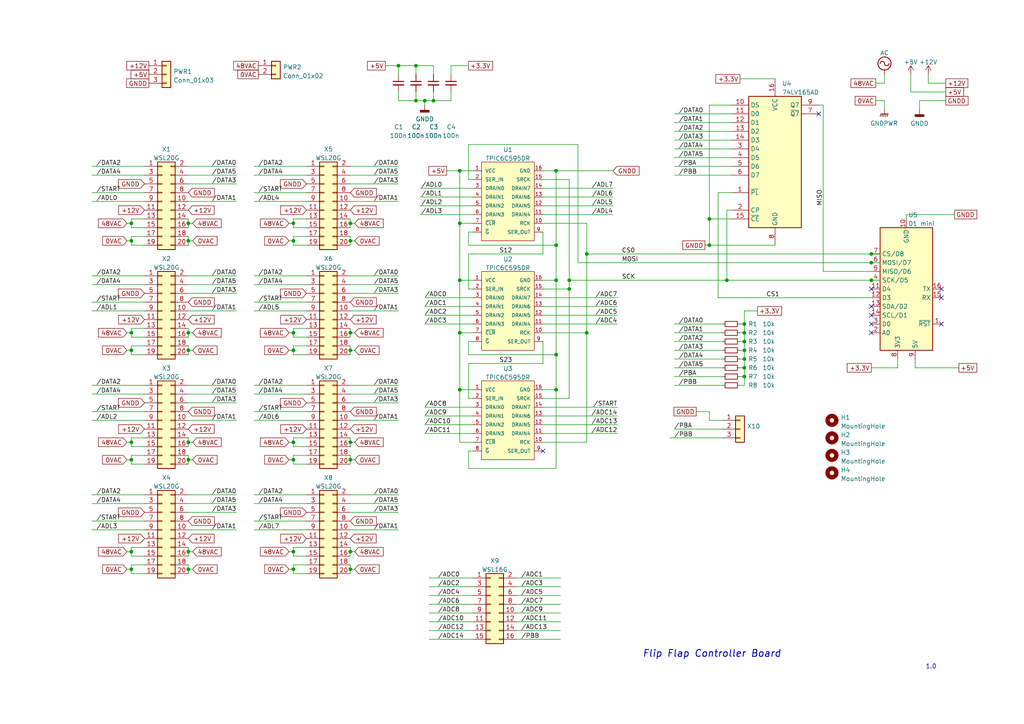
<source format=kicad_sch>
(kicad_sch (version 20211123) (generator eeschema)
  (paper "A4")
  (junction (at 54.61 128.27))
  (junction (at 85.09 101.6))
  (junction (at 54.61 165.1))
  (junction (at 101.6 101.6))
  (junction (at 161.29 113.03))
  (junction (at 252.73 73.66))
  (junction (at 85.09 160.02))
  (junction (at 161.29 71.12))
  (junction (at 215.9 101.6))
  (junction (at 85.09 128.27))
  (junction (at 215.9 106.68))
  (junction (at 120.65 29.21))
  (junction (at 54.61 69.85))
  (junction (at 252.73 76.2))
  (junction (at 54.61 101.6))
  (junction (at 38.1 64.77))
  (junction (at 125.73 29.21))
  (junction (at 215.9 99.06))
  (junction (at 133.35 49.53))
  (junction (at 252.73 81.28))
  (junction (at 38.1 165.1))
  (junction (at 133.35 64.77))
  (junction (at 54.61 133.35))
  (junction (at 101.6 69.85))
  (junction (at 101.6 165.1))
  (junction (at 165.1 83.82))
  (junction (at 54.61 64.77))
  (junction (at 38.1 160.02))
  (junction (at 133.35 81.28))
  (junction (at 54.61 96.52))
  (junction (at 101.6 128.27))
  (junction (at 170.18 73.66))
  (junction (at 38.1 69.85))
  (junction (at 85.09 64.77))
  (junction (at 85.09 96.52))
  (junction (at 210.82 81.28))
  (junction (at 38.1 96.52))
  (junction (at 85.09 165.1))
  (junction (at 101.6 160.02))
  (junction (at 101.6 96.52))
  (junction (at 133.35 113.03))
  (junction (at 85.09 133.35))
  (junction (at 38.1 101.6))
  (junction (at 101.6 133.35))
  (junction (at 170.18 96.52))
  (junction (at 54.61 160.02))
  (junction (at 161.29 81.28))
  (junction (at 215.9 96.52))
  (junction (at 161.29 102.87))
  (junction (at 38.1 133.35))
  (junction (at 115.57 19.05))
  (junction (at 85.09 69.85))
  (junction (at 205.74 63.5))
  (junction (at 101.6 64.77))
  (junction (at 165.1 81.28))
  (junction (at 38.1 128.27))
  (junction (at 161.29 49.53))
  (junction (at 205.74 71.12))
  (junction (at 133.35 96.52))
  (junction (at 215.9 93.98))
  (junction (at 120.65 19.05))
  (junction (at 215.9 109.22))
  (junction (at 215.9 104.14))
  (junction (at 123.19 29.21))
  (no_connect (at 252.73 88.9))
  (no_connect (at 252.73 91.44))
  (no_connect (at 273.05 83.82))
  (no_connect (at 237.49 33.02))
  (no_connect (at 273.05 93.98))
  (no_connect (at 252.73 93.98))
  (no_connect (at 273.05 86.36))
  (no_connect (at 252.73 96.52))
  (no_connect (at 157.48 130.81))
  (no_connect (at 252.73 83.82))
  (wire (pts (xy 101.6 165.1) (xy 102.87 165.1)))
  (wire (pts (xy 101.6 96.52) (xy 101.6 97.79)))
  (wire (pts (xy 256.54 24.13) (xy 256.54 21.59)))
  (wire (pts (xy 133.35 64.77) (xy 133.35 81.28)))
  (wire (pts (xy 54.61 128.27) (xy 54.61 129.54)))
  (wire (pts (xy 54.61 50.8) (xy 68.58 50.8)))
  (wire (pts (xy 85.09 158.75) (xy 85.09 160.02)))
  (wire (pts (xy 85.09 68.58) (xy 88.9 68.58)))
  (wire (pts (xy 85.09 163.83) (xy 88.9 163.83)))
  (wire (pts (xy 205.74 121.92) (xy 209.55 121.92)))
  (wire (pts (xy 101.6 82.55) (xy 115.57 82.55)))
  (wire (pts (xy 135.89 99.06) (xy 137.16 99.06)))
  (wire (pts (xy 85.09 63.5) (xy 85.09 64.77)))
  (wire (pts (xy 101.6 48.26) (xy 115.57 48.26)))
  (wire (pts (xy 210.82 60.96) (xy 210.82 81.28)))
  (wire (pts (xy 195.58 96.52) (xy 209.55 96.52)))
  (wire (pts (xy 38.1 165.1) (xy 38.1 166.37)))
  (wire (pts (xy 130.81 29.21) (xy 125.73 29.21)))
  (wire (pts (xy 54.61 101.6) (xy 54.61 102.87)))
  (wire (pts (xy 41.91 95.25) (xy 38.1 95.25)))
  (wire (pts (xy 85.09 160.02) (xy 85.09 161.29)))
  (wire (pts (xy 73.66 119.38) (xy 88.9 119.38)))
  (wire (pts (xy 36.83 160.02) (xy 38.1 160.02)))
  (wire (pts (xy 101.6 68.58) (xy 101.6 69.85)))
  (wire (pts (xy 170.18 128.27) (xy 170.18 96.52)))
  (wire (pts (xy 133.35 49.53) (xy 137.16 49.53)))
  (wire (pts (xy 165.1 81.28) (xy 210.82 81.28)))
  (wire (pts (xy 135.89 71.12) (xy 161.29 71.12)))
  (wire (pts (xy 73.66 146.05) (xy 88.9 146.05)))
  (wire (pts (xy 214.63 106.68) (xy 215.9 106.68)))
  (wire (pts (xy 38.1 68.58) (xy 41.91 68.58)))
  (wire (pts (xy 262.89 62.23) (xy 262.89 63.5)))
  (wire (pts (xy 215.9 99.06) (xy 215.9 96.52)))
  (wire (pts (xy 120.65 26.67) (xy 120.65 29.21)))
  (wire (pts (xy 85.09 68.58) (xy 85.09 69.85)))
  (wire (pts (xy 124.46 182.88) (xy 137.16 182.88)))
  (wire (pts (xy 83.82 69.85) (xy 85.09 69.85)))
  (wire (pts (xy 85.09 129.54) (xy 88.9 129.54)))
  (wire (pts (xy 83.82 64.77) (xy 85.09 64.77)))
  (wire (pts (xy 135.89 73.66) (xy 135.89 83.82)))
  (wire (pts (xy 38.1 96.52) (xy 38.1 97.79)))
  (wire (pts (xy 157.48 115.57) (xy 165.1 115.57)))
  (wire (pts (xy 83.82 165.1) (xy 85.09 165.1)))
  (wire (pts (xy 115.57 29.21) (xy 120.65 29.21)))
  (wire (pts (xy 215.9 111.76) (xy 215.9 109.22)))
  (wire (pts (xy 54.61 148.59) (xy 68.58 148.59)))
  (wire (pts (xy 157.48 91.44) (xy 179.07 91.44)))
  (wire (pts (xy 165.1 81.28) (xy 165.1 83.82)))
  (wire (pts (xy 170.18 73.66) (xy 252.73 73.66)))
  (wire (pts (xy 149.86 180.34) (xy 162.56 180.34)))
  (wire (pts (xy 195.58 33.02) (xy 212.09 33.02)))
  (wire (pts (xy 264.16 26.67) (xy 274.32 26.67)))
  (wire (pts (xy 195.58 101.6) (xy 209.55 101.6)))
  (wire (pts (xy 260.35 106.68) (xy 260.35 104.14)))
  (wire (pts (xy 214.63 99.06) (xy 215.9 99.06)))
  (wire (pts (xy 38.1 163.83) (xy 38.1 165.1)))
  (wire (pts (xy 54.61 64.77) (xy 55.88 64.77)))
  (wire (pts (xy 38.1 102.87) (xy 41.91 102.87)))
  (wire (pts (xy 214.63 96.52) (xy 215.9 96.52)))
  (wire (pts (xy 54.61 111.76) (xy 68.58 111.76)))
  (wire (pts (xy 195.58 109.22) (xy 209.55 109.22)))
  (wire (pts (xy 135.89 115.57) (xy 137.16 115.57)))
  (wire (pts (xy 54.61 128.27) (xy 55.88 128.27)))
  (wire (pts (xy 137.16 67.31) (xy 135.89 67.31)))
  (wire (pts (xy 135.89 102.87) (xy 161.29 102.87)))
  (wire (pts (xy 101.6 133.35) (xy 101.6 134.62)))
  (wire (pts (xy 123.19 123.19) (xy 137.16 123.19)))
  (wire (pts (xy 130.81 19.05) (xy 130.81 21.59)))
  (wire (pts (xy 101.6 53.34) (xy 115.57 53.34)))
  (wire (pts (xy 26.67 55.88) (xy 41.91 55.88)))
  (wire (pts (xy 219.71 90.17) (xy 215.9 90.17)))
  (wire (pts (xy 254 29.21) (xy 256.54 29.21)))
  (wire (pts (xy 54.61 146.05) (xy 68.58 146.05)))
  (wire (pts (xy 125.73 21.59) (xy 125.73 19.05)))
  (wire (pts (xy 115.57 19.05) (xy 115.57 21.59)))
  (wire (pts (xy 38.1 163.83) (xy 41.91 163.83)))
  (wire (pts (xy 38.1 100.33) (xy 38.1 101.6)))
  (wire (pts (xy 129.54 49.53) (xy 133.35 49.53)))
  (wire (pts (xy 170.18 73.66) (xy 170.18 96.52)))
  (wire (pts (xy 101.6 80.01) (xy 115.57 80.01)))
  (wire (pts (xy 101.6 127) (xy 101.6 128.27)))
  (wire (pts (xy 85.09 95.25) (xy 85.09 96.52)))
  (wire (pts (xy 123.19 29.21) (xy 123.19 30.48)))
  (wire (pts (xy 38.1 132.08) (xy 41.91 132.08)))
  (wire (pts (xy 214.63 22.86) (xy 224.79 22.86)))
  (wire (pts (xy 26.67 80.01) (xy 41.91 80.01)))
  (wire (pts (xy 101.6 95.25) (xy 101.6 96.52)))
  (wire (pts (xy 137.16 64.77) (xy 133.35 64.77)))
  (wire (pts (xy 26.67 114.3) (xy 41.91 114.3)))
  (wire (pts (xy 195.58 93.98) (xy 209.55 93.98)))
  (wire (pts (xy 85.09 71.12) (xy 88.9 71.12)))
  (wire (pts (xy 157.48 57.15) (xy 177.8 57.15)))
  (wire (pts (xy 38.1 161.29) (xy 41.91 161.29)))
  (wire (pts (xy 157.48 62.23) (xy 177.8 62.23)))
  (wire (pts (xy 26.67 48.26) (xy 41.91 48.26)))
  (wire (pts (xy 85.09 132.08) (xy 85.09 133.35)))
  (wire (pts (xy 54.61 116.84) (xy 68.58 116.84)))
  (wire (pts (xy 124.46 180.34) (xy 137.16 180.34)))
  (wire (pts (xy 125.73 26.67) (xy 125.73 29.21)))
  (wire (pts (xy 38.1 160.02) (xy 38.1 161.29)))
  (wire (pts (xy 38.1 101.6) (xy 38.1 102.87)))
  (wire (pts (xy 36.83 96.52) (xy 38.1 96.52)))
  (wire (pts (xy 262.89 62.23) (xy 276.86 62.23)))
  (wire (pts (xy 85.09 134.62) (xy 88.9 134.62)))
  (wire (pts (xy 38.1 134.62) (xy 41.91 134.62)))
  (wire (pts (xy 101.6 121.92) (xy 115.57 121.92)))
  (wire (pts (xy 157.48 83.82) (xy 165.1 83.82)))
  (wire (pts (xy 195.58 45.72) (xy 212.09 45.72)))
  (wire (pts (xy 26.67 121.92) (xy 41.91 121.92)))
  (wire (pts (xy 149.86 167.64) (xy 162.56 167.64)))
  (wire (pts (xy 123.19 120.65) (xy 137.16 120.65)))
  (wire (pts (xy 83.82 96.52) (xy 85.09 96.52)))
  (wire (pts (xy 54.61 121.92) (xy 68.58 121.92)))
  (wire (pts (xy 265.43 106.68) (xy 278.13 106.68)))
  (wire (pts (xy 101.6 148.59) (xy 115.57 148.59)))
  (wire (pts (xy 85.09 101.6) (xy 85.09 102.87)))
  (wire (pts (xy 195.58 50.8) (xy 212.09 50.8)))
  (wire (pts (xy 133.35 128.27) (xy 133.35 113.03)))
  (wire (pts (xy 101.6 96.52) (xy 102.87 96.52)))
  (wire (pts (xy 135.89 99.06) (xy 135.89 102.87)))
  (wire (pts (xy 36.83 69.85) (xy 38.1 69.85)))
  (wire (pts (xy 157.48 67.31) (xy 157.48 73.66)))
  (wire (pts (xy 137.16 54.61) (xy 121.92 54.61)))
  (wire (pts (xy 73.66 143.51) (xy 88.9 143.51)))
  (wire (pts (xy 54.61 85.09) (xy 68.58 85.09)))
  (wire (pts (xy 205.74 30.48) (xy 212.09 30.48)))
  (wire (pts (xy 26.67 58.42) (xy 41.91 58.42)))
  (wire (pts (xy 85.09 102.87) (xy 88.9 102.87)))
  (wire (pts (xy 73.66 82.55) (xy 88.9 82.55)))
  (wire (pts (xy 215.9 109.22) (xy 215.9 106.68)))
  (wire (pts (xy 120.65 29.21) (xy 123.19 29.21)))
  (wire (pts (xy 101.6 143.51) (xy 115.57 143.51)))
  (wire (pts (xy 54.61 53.34) (xy 68.58 53.34)))
  (wire (pts (xy 54.61 133.35) (xy 54.61 134.62)))
  (wire (pts (xy 135.89 52.07) (xy 137.16 52.07)))
  (wire (pts (xy 208.28 55.88) (xy 208.28 86.36)))
  (wire (pts (xy 101.6 111.76) (xy 115.57 111.76)))
  (wire (pts (xy 111.76 19.05) (xy 115.57 19.05)))
  (wire (pts (xy 137.16 57.15) (xy 121.92 57.15)))
  (wire (pts (xy 101.6 132.08) (xy 101.6 133.35)))
  (wire (pts (xy 85.09 66.04) (xy 88.9 66.04)))
  (wire (pts (xy 101.6 64.77) (xy 101.6 66.04)))
  (wire (pts (xy 54.61 69.85) (xy 55.88 69.85)))
  (wire (pts (xy 254 24.13) (xy 256.54 24.13)))
  (wire (pts (xy 26.67 50.8) (xy 41.91 50.8)))
  (wire (pts (xy 36.83 101.6) (xy 38.1 101.6)))
  (wire (pts (xy 124.46 177.8) (xy 137.16 177.8)))
  (wire (pts (xy 266.7 29.21) (xy 266.7 31.75)))
  (wire (pts (xy 85.09 166.37) (xy 88.9 166.37)))
  (wire (pts (xy 157.48 59.69) (xy 177.8 59.69)))
  (wire (pts (xy 149.86 177.8) (xy 162.56 177.8)))
  (wire (pts (xy 157.48 52.07) (xy 165.1 52.07)))
  (wire (pts (xy 38.1 133.35) (xy 38.1 134.62)))
  (wire (pts (xy 54.61 69.85) (xy 54.61 71.12)))
  (wire (pts (xy 38.1 66.04) (xy 41.91 66.04)))
  (wire (pts (xy 38.1 97.79) (xy 41.91 97.79)))
  (wire (pts (xy 135.89 83.82) (xy 137.16 83.82)))
  (wire (pts (xy 212.09 60.96) (xy 210.82 60.96)))
  (wire (pts (xy 195.58 99.06) (xy 209.55 99.06)))
  (wire (pts (xy 41.91 127) (xy 38.1 127)))
  (wire (pts (xy 195.58 48.26) (xy 212.09 48.26)))
  (wire (pts (xy 133.35 113.03) (xy 133.35 96.52)))
  (wire (pts (xy 101.6 101.6) (xy 102.87 101.6)))
  (wire (pts (xy 161.29 49.53) (xy 177.8 49.53)))
  (wire (pts (xy 88.9 158.75) (xy 85.09 158.75)))
  (wire (pts (xy 157.48 86.36) (xy 179.07 86.36)))
  (wire (pts (xy 124.46 170.18) (xy 137.16 170.18)))
  (wire (pts (xy 54.61 114.3) (xy 68.58 114.3)))
  (wire (pts (xy 54.61 95.25) (xy 54.61 96.52)))
  (wire (pts (xy 157.48 49.53) (xy 161.29 49.53)))
  (wire (pts (xy 214.63 104.14) (xy 215.9 104.14)))
  (wire (pts (xy 101.6 116.84) (xy 115.57 116.84)))
  (wire (pts (xy 161.29 135.89) (xy 161.29 113.03)))
  (wire (pts (xy 161.29 102.87) (xy 161.29 113.03)))
  (wire (pts (xy 195.58 43.18) (xy 212.09 43.18)))
  (wire (pts (xy 135.89 41.91) (xy 167.64 41.91)))
  (wire (pts (xy 274.32 29.21) (xy 266.7 29.21)))
  (wire (pts (xy 36.83 64.77) (xy 38.1 64.77)))
  (wire (pts (xy 54.61 127) (xy 54.61 128.27)))
  (wire (pts (xy 123.19 86.36) (xy 137.16 86.36)))
  (wire (pts (xy 125.73 29.21) (xy 123.19 29.21)))
  (wire (pts (xy 54.61 143.51) (xy 68.58 143.51)))
  (wire (pts (xy 101.6 158.75) (xy 101.6 160.02)))
  (wire (pts (xy 54.61 153.67) (xy 68.58 153.67)))
  (wire (pts (xy 205.74 119.38) (xy 205.74 121.92)))
  (wire (pts (xy 54.61 48.26) (xy 68.58 48.26)))
  (wire (pts (xy 214.63 93.98) (xy 215.9 93.98)))
  (wire (pts (xy 54.61 165.1) (xy 54.61 166.37)))
  (wire (pts (xy 133.35 96.52) (xy 137.16 96.52)))
  (wire (pts (xy 123.19 91.44) (xy 137.16 91.44)))
  (wire (pts (xy 54.61 163.83) (xy 54.61 165.1)))
  (wire (pts (xy 201.93 119.38) (xy 205.74 119.38)))
  (wire (pts (xy 38.1 63.5) (xy 38.1 64.77)))
  (wire (pts (xy 54.61 96.52) (xy 55.88 96.52)))
  (wire (pts (xy 215.9 106.68) (xy 215.9 104.14)))
  (wire (pts (xy 157.48 81.28) (xy 161.29 81.28)))
  (wire (pts (xy 205.74 30.48) (xy 205.74 63.5)))
  (wire (pts (xy 54.61 133.35) (xy 55.88 133.35)))
  (wire (pts (xy 165.1 115.57) (xy 165.1 83.82)))
  (wire (pts (xy 157.48 64.77) (xy 170.18 64.77)))
  (wire (pts (xy 38.1 100.33) (xy 41.91 100.33)))
  (wire (pts (xy 85.09 128.27) (xy 85.09 129.54)))
  (wire (pts (xy 157.48 88.9) (xy 179.07 88.9)))
  (wire (pts (xy 101.6 63.5) (xy 101.6 64.77)))
  (wire (pts (xy 83.82 160.02) (xy 85.09 160.02)))
  (wire (pts (xy 133.35 96.52) (xy 133.35 81.28)))
  (wire (pts (xy 73.66 153.67) (xy 88.9 153.67)))
  (wire (pts (xy 36.83 133.35) (xy 38.1 133.35)))
  (wire (pts (xy 157.48 128.27) (xy 170.18 128.27)))
  (wire (pts (xy 137.16 128.27) (xy 133.35 128.27)))
  (wire (pts (xy 26.67 153.67) (xy 41.91 153.67)))
  (wire (pts (xy 137.16 130.81) (xy 135.89 130.81)))
  (wire (pts (xy 133.35 81.28) (xy 137.16 81.28)))
  (wire (pts (xy 212.09 55.88) (xy 208.28 55.88)))
  (wire (pts (xy 167.64 76.2) (xy 167.64 41.91)))
  (wire (pts (xy 85.09 133.35) (xy 85.09 134.62)))
  (wire (pts (xy 135.89 19.05) (xy 130.81 19.05)))
  (wire (pts (xy 54.61 101.6) (xy 55.88 101.6)))
  (wire (pts (xy 26.67 87.63) (xy 41.91 87.63)))
  (wire (pts (xy 101.6 50.8) (xy 115.57 50.8)))
  (wire (pts (xy 73.66 111.76) (xy 88.9 111.76)))
  (wire (pts (xy 115.57 19.05) (xy 120.65 19.05)))
  (wire (pts (xy 88.9 63.5) (xy 85.09 63.5)))
  (wire (pts (xy 85.09 64.77) (xy 85.09 66.04)))
  (wire (pts (xy 85.09 165.1) (xy 85.09 166.37)))
  (wire (pts (xy 123.19 125.73) (xy 137.16 125.73)))
  (wire (pts (xy 85.09 161.29) (xy 88.9 161.29)))
  (wire (pts (xy 157.48 93.98) (xy 179.07 93.98)))
  (wire (pts (xy 157.48 123.19) (xy 179.07 123.19)))
  (wire (pts (xy 214.63 111.76) (xy 215.9 111.76)))
  (wire (pts (xy 54.61 132.08) (xy 54.61 133.35)))
  (wire (pts (xy 88.9 95.25) (xy 85.09 95.25)))
  (wire (pts (xy 85.09 69.85) (xy 85.09 71.12)))
  (wire (pts (xy 38.1 166.37) (xy 41.91 166.37)))
  (wire (pts (xy 135.89 130.81) (xy 135.89 135.89)))
  (wire (pts (xy 214.63 109.22) (xy 215.9 109.22)))
  (wire (pts (xy 73.66 48.26) (xy 88.9 48.26)))
  (wire (pts (xy 157.48 96.52) (xy 170.18 96.52)))
  (wire (pts (xy 54.61 82.55) (xy 68.58 82.55)))
  (wire (pts (xy 264.16 21.59) (xy 264.16 26.67)))
  (wire (pts (xy 101.6 114.3) (xy 115.57 114.3)))
  (wire (pts (xy 101.6 100.33) (xy 101.6 101.6)))
  (wire (pts (xy 54.61 158.75) (xy 54.61 160.02)))
  (wire (pts (xy 73.66 114.3) (xy 88.9 114.3)))
  (wire (pts (xy 101.6 90.17) (xy 115.57 90.17)))
  (wire (pts (xy 101.6 128.27) (xy 102.87 128.27)))
  (wire (pts (xy 210.82 81.28) (xy 252.73 81.28)))
  (wire (pts (xy 120.65 19.05) (xy 125.73 19.05)))
  (wire (pts (xy 165.1 52.07) (xy 165.1 81.28)))
  (wire (pts (xy 54.61 96.52) (xy 54.61 97.79)))
  (wire (pts (xy 157.48 54.61) (xy 177.8 54.61)))
  (wire (pts (xy 101.6 160.02) (xy 102.87 160.02)))
  (wire (pts (xy 101.6 165.1) (xy 101.6 166.37)))
  (wire (pts (xy 161.29 81.28) (xy 161.29 71.12)))
  (wire (pts (xy 195.58 40.64) (xy 212.09 40.64)))
  (wire (pts (xy 194.31 127) (xy 209.55 127)))
  (wire (pts (xy 85.09 96.52) (xy 85.09 97.79)))
  (wire (pts (xy 36.83 128.27) (xy 38.1 128.27)))
  (wire (pts (xy 73.66 90.17) (xy 88.9 90.17)))
  (wire (pts (xy 123.19 118.11) (xy 137.16 118.11)))
  (wire (pts (xy 85.09 127) (xy 85.09 128.27)))
  (wire (pts (xy 26.67 151.13) (xy 41.91 151.13)))
  (wire (pts (xy 124.46 167.64) (xy 137.16 167.64)))
  (wire (pts (xy 157.48 113.03) (xy 161.29 113.03)))
  (wire (pts (xy 41.91 158.75) (xy 38.1 158.75)))
  (wire (pts (xy 205.74 71.12) (xy 224.79 71.12)))
  (wire (pts (xy 26.67 82.55) (xy 41.91 82.55)))
  (wire (pts (xy 149.86 170.18) (xy 162.56 170.18)))
  (wire (pts (xy 101.6 128.27) (xy 101.6 129.54)))
  (wire (pts (xy 137.16 59.69) (xy 121.92 59.69)))
  (wire (pts (xy 83.82 133.35) (xy 85.09 133.35)))
  (wire (pts (xy 157.48 125.73) (xy 179.07 125.73)))
  (wire (pts (xy 54.61 160.02) (xy 55.88 160.02)))
  (wire (pts (xy 252.73 76.2) (xy 167.64 76.2)))
  (wire (pts (xy 73.66 50.8) (xy 88.9 50.8)))
  (wire (pts (xy 101.6 69.85) (xy 102.87 69.85)))
  (wire (pts (xy 123.19 93.98) (xy 137.16 93.98)))
  (wire (pts (xy 38.1 129.54) (xy 41.91 129.54)))
  (wire (pts (xy 26.67 146.05) (xy 41.91 146.05)))
  (wire (pts (xy 123.19 88.9) (xy 137.16 88.9)))
  (wire (pts (xy 237.49 30.48) (xy 238.76 30.48)))
  (wire (pts (xy 73.66 151.13) (xy 88.9 151.13)))
  (wire (pts (xy 215.9 96.52) (xy 215.9 93.98)))
  (wire (pts (xy 101.6 146.05) (xy 115.57 146.05)))
  (wire (pts (xy 54.61 165.1) (xy 55.88 165.1)))
  (wire (pts (xy 137.16 113.03) (xy 133.35 113.03)))
  (wire (pts (xy 85.09 97.79) (xy 88.9 97.79)))
  (wire (pts (xy 205.74 63.5) (xy 205.74 71.12)))
  (wire (pts (xy 38.1 95.25) (xy 38.1 96.52)))
  (wire (pts (xy 255.27 76.2) (xy 252.73 76.2)))
  (wire (pts (xy 73.66 87.63) (xy 88.9 87.63)))
  (wire (pts (xy 54.61 63.5) (xy 54.61 64.77)))
  (wire (pts (xy 54.61 100.33) (xy 54.61 101.6)))
  (wire (pts (xy 208.28 86.36) (xy 252.73 86.36)))
  (wire (pts (xy 205.74 63.5) (xy 212.09 63.5)))
  (wire (pts (xy 252.73 106.68) (xy 260.35 106.68)))
  (wire (pts (xy 149.86 172.72) (xy 162.56 172.72)))
  (wire (pts (xy 149.86 182.88) (xy 162.56 182.88)))
  (wire (pts (xy 38.1 127) (xy 38.1 128.27)))
  (wire (pts (xy 73.66 58.42) (xy 88.9 58.42)))
  (wire (pts (xy 269.24 24.13) (xy 274.32 24.13)))
  (wire (pts (xy 54.61 58.42) (xy 68.58 58.42)))
  (wire (pts (xy 85.09 163.83) (xy 85.09 165.1)))
  (wire (pts (xy 195.58 35.56) (xy 212.09 35.56)))
  (wire (pts (xy 255.27 73.66) (xy 252.73 73.66)))
  (wire (pts (xy 195.58 104.14) (xy 209.55 104.14)))
  (wire (pts (xy 135.89 52.07) (xy 135.89 41.91)))
  (wire (pts (xy 85.09 100.33) (xy 88.9 100.33)))
  (wire (pts (xy 38.1 158.75) (xy 38.1 160.02)))
  (wire (pts (xy 54.61 80.01) (xy 68.58 80.01)))
  (wire (pts (xy 54.61 64.77) (xy 54.61 66.04)))
  (wire (pts (xy 238.76 30.48) (xy 238.76 78.74)))
  (wire (pts (xy 101.6 69.85) (xy 101.6 71.12)))
  (wire (pts (xy 38.1 132.08) (xy 38.1 133.35)))
  (wire (pts (xy 26.67 119.38) (xy 41.91 119.38)))
  (wire (pts (xy 38.1 128.27) (xy 38.1 129.54)))
  (wire (pts (xy 120.65 21.59) (xy 120.65 19.05)))
  (wire (pts (xy 38.1 69.85) (xy 38.1 71.12)))
  (wire (pts (xy 83.82 128.27) (xy 85.09 128.27)))
  (wire (pts (xy 195.58 106.68) (xy 209.55 106.68)))
  (wire (pts (xy 124.46 175.26) (xy 137.16 175.26)))
  (wire (pts (xy 26.67 143.51) (xy 41.91 143.51)))
  (wire (pts (xy 161.29 81.28) (xy 161.29 102.87)))
  (wire (pts (xy 101.6 58.42) (xy 115.57 58.42)))
  (wire (pts (xy 269.24 21.59) (xy 269.24 24.13)))
  (wire (pts (xy 124.46 185.42) (xy 137.16 185.42)))
  (wire (pts (xy 135.89 105.41) (xy 135.89 115.57)))
  (wire (pts (xy 137.16 62.23) (xy 121.92 62.23)))
  (wire (pts (xy 215.9 104.14) (xy 215.9 101.6)))
  (wire (pts (xy 161.29 49.53) (xy 161.29 71.12)))
  (wire (pts (xy 157.48 73.66) (xy 135.89 73.66)))
  (wire (pts (xy 157.48 105.41) (xy 135.89 105.41)))
  (wire (pts (xy 38.1 71.12) (xy 41.91 71.12)))
  (wire (pts (xy 101.6 163.83) (xy 101.6 165.1)))
  (wire (pts (xy 195.58 111.76) (xy 209.55 111.76)))
  (wire (pts (xy 88.9 127) (xy 85.09 127)))
  (wire (pts (xy 135.89 135.89) (xy 161.29 135.89)))
  (wire (pts (xy 195.58 38.1) (xy 212.09 38.1)))
  (wire (pts (xy 54.61 68.58) (xy 54.61 69.85)))
  (wire (pts (xy 101.6 160.02) (xy 101.6 161.29)))
  (wire (pts (xy 215.9 101.6) (xy 215.9 99.06)))
  (wire (pts (xy 124.46 172.72) (xy 137.16 172.72)))
  (wire (pts (xy 149.86 175.26) (xy 162.56 175.26)))
  (wire (pts (xy 101.6 101.6) (xy 101.6 102.87)))
  (wire (pts (xy 133.35 64.77) (xy 133.35 49.53)))
  (wire (pts (xy 101.6 133.35) (xy 102.87 133.35)))
  (wire (pts (xy 157.48 120.65) (xy 179.07 120.65)))
  (wire (pts (xy 38.1 64.77) (xy 38.1 66.04)))
  (wire (pts (xy 36.83 165.1) (xy 38.1 165.1)))
  (wire (pts (xy 195.58 124.46) (xy 209.55 124.46)))
  (wire (pts (xy 255.27 81.28) (xy 252.73 81.28)))
  (wire (pts (xy 54.61 90.17) (xy 68.58 90.17)))
  (wire (pts (xy 265.43 104.14) (xy 265.43 106.68)))
  (wire (pts (xy 157.48 118.11) (xy 179.07 118.11)))
  (wire (pts (xy 135.89 67.31) (xy 135.89 71.12)))
  (wire (pts (xy 101.6 153.67) (xy 115.57 153.67)))
  (wire (pts (xy 73.66 121.92) (xy 88.9 121.92)))
  (wire (pts (xy 38.1 68.58) (xy 38.1 69.85)))
  (wire (pts (xy 85.09 100.33) (xy 85.09 101.6)))
  (wire (pts (xy 83.82 101.6) (xy 85.09 101.6)))
  (wire (pts (xy 238.76 78.74) (xy 252.73 78.74)))
  (wire (pts (xy 85.09 132.08) (xy 88.9 132.08)))
  (wire (pts (xy 41.91 63.5) (xy 38.1 63.5)))
  (wire (pts (xy 73.66 80.01) (xy 88.9 80.01)))
  (wire (pts (xy 73.66 55.88) (xy 88.9 55.88)))
  (wire (pts (xy 149.86 185.42) (xy 162.56 185.42)))
  (wire (pts (xy 26.67 111.76) (xy 41.91 111.76)))
  (wire (pts (xy 130.81 26.67) (xy 130.81 29.21)))
  (wire (pts (xy 204.47 71.12) (xy 205.74 71.12)))
  (wire (pts (xy 256.54 29.21) (xy 256.54 31.75)))
  (wire (pts (xy 115.57 26.67) (xy 115.57 29.21)))
  (wire (pts (xy 26.67 90.17) (xy 41.91 90.17)))
  (wire (pts (xy 101.6 85.09) (xy 115.57 85.09)))
  (wire (pts (xy 170.18 64.77) (xy 170.18 73.66)))
  (wire (pts (xy 101.6 64.77) (xy 102.87 64.77)))
  (wire (pts (xy 214.63 101.6) (xy 215.9 101.6)))
  (wire (pts (xy 215.9 90.17) (xy 215.9 93.98)))
  (wire (pts (xy 54.61 160.02) (xy 54.61 161.29)))
  (wire (pts (xy 157.48 99.06) (xy 157.48 105.41)))
  (text "Flip Flap Controller Board" (at 186.31 190.8799 0) (effects (font (size 2 2) (thickness 0.254) bold italic) (justify left bottom)))
  (text "1.0" (at 268.4536 194.1849 0) (effects (font (size 1.27 1.27)) (justify left bottom)))
  (label "{slash}DATA1" (at 68.58 121.92 180))
  (label "{slash}DATA1" (at 115.57 58.42 180))
  (label "{slash}DATA5" (at 68.58 50.8 180))
  (label "SCK" (at 180.34 81.28 0))
  (label "{slash}DATA1" (at 68.58 58.42 180))
  (label "{slash}ADC3" (at 123.19 93.98 0))
  (label "{slash}DATA2" (at 74.93 143.51 0))
  (label "{slash}DATA0" (at 68.58 111.76 180))
  (label "{slash}ADL5" (at 74.93 90.17 0))
  (label "S12" (at 144.78 73.66 0))
  (label "CS0" (at 180.34 73.66 0))
  (label "{slash}START" (at 27.94 87.63 0))
  (label "{slash}DATA3" (at 68.58 53.34 180))
  (label "{slash}PBA" (at 196.85 109.22 0))
  (label "{slash}ADC5" (at 151.13 172.72 0))
  (label "{slash}ADC8" (at 123.19 118.11 0))
  (label "{slash}DATA2" (at 196.85 99.06 0))
  (label "{slash}DATA1" (at 68.58 153.67 180))
  (label "{slash}ADC9" (at 123.19 120.65 0))
  (label "{slash}ADL7" (at 74.93 153.67 0))
  (label "MOSI" (at 180.34 76.2 0))
  (label "{slash}START" (at 74.93 151.13 0))
  (label "{slash}ADL0" (at 27.94 58.42 0))
  (label "{slash}DATA1" (at 115.57 153.67 180))
  (label "{slash}START" (at 74.93 55.88 0))
  (label "{slash}ADC1" (at 151.13 167.64 0))
  (label "{slash}DATA4" (at 27.94 114.3 0))
  (label "{slash}DATA2" (at 196.85 38.1 0))
  (label "{slash}ADC12" (at 179.07 125.73 180))
  (label "{slash}DATA3" (at 115.57 53.34 180))
  (label "{slash}ADC8" (at 127 177.8 0))
  (label "{slash}DATA2" (at 27.94 80.01 0))
  (label "{slash}ADC4" (at 179.07 93.98 180))
  (label "{slash}START" (at 27.94 119.38 0))
  (label "{slash}DATA3" (at 68.58 116.84 180))
  (label "{slash}START" (at 74.93 87.63 0))
  (label "{slash}DATA1" (at 196.85 35.56 0))
  (label "{slash}START" (at 27.94 151.13 0))
  (label "{slash}DATA4" (at 74.93 50.8 0))
  (label "{slash}DATA5" (at 68.58 82.55 180))
  (label "{slash}ADL3" (at 27.94 153.67 0))
  (label "{slash}ADC7" (at 151.13 175.26 0))
  (label "{slash}ADC7" (at 179.07 86.36 180))
  (label "{slash}ADC11" (at 151.13 180.34 0))
  (label "{slash}PBA" (at 195.58 124.46 0))
  (label "{slash}PBB" (at 151.13 185.42 0))
  (label "{slash}START" (at 27.94 55.88 0))
  (label "{slash}ADL4" (at 177.8 62.23 180))
  (label "{slash}ADC0" (at 127 167.64 0))
  (label "{slash}DATA0" (at 68.58 143.51 180))
  (label "{slash}ADC10" (at 123.19 123.19 0))
  (label "{slash}ADC13" (at 151.13 182.88 0))
  (label "{slash}DATA0" (at 196.85 93.98 0))
  (label "{slash}DATA5" (at 196.85 106.68 0))
  (label "{slash}DATA0" (at 115.57 111.76 180))
  (label "S23" (at 144.78 105.41 0))
  (label "{slash}ADC13" (at 179.07 123.19 180))
  (label "{slash}ADC6" (at 127 175.26 0))
  (label "{slash}PBA" (at 196.85 48.26 0))
  (label "{slash}ADC2" (at 127 170.18 0))
  (label "{slash}PBB" (at 196.85 50.8 0))
  (label "{slash}DATA3" (at 68.58 85.09 180))
  (label "{slash}ADC1" (at 123.19 88.9 0))
  (label "{slash}DATA0" (at 68.58 80.01 180))
  (label "{slash}DATA2" (at 27.94 111.76 0))
  (label "{slash}ADL1" (at 128.27 57.15 180))
  (label "{slash}ADC5" (at 179.07 91.44 180))
  (label "{slash}DATA3" (at 196.85 101.6 0))
  (label "{slash}DATA4" (at 74.93 114.3 0))
  (label "{slash}DATA5" (at 68.58 114.3 180))
  (label "{slash}DATA1" (at 115.57 121.92 180))
  (label "{slash}ADC14" (at 127 185.42 0))
  (label "{slash}ADC9" (at 151.13 177.8 0))
  (label "{slash}ADC4" (at 127 172.72 0))
  (label "{slash}ADL5" (at 177.8 59.69 180))
  (label "{slash}DATA3" (at 115.57 116.84 180))
  (label "{slash}DATA4" (at 196.85 43.18 0))
  (label "{slash}DATA4" (at 27.94 146.05 0))
  (label "CS1" (at 222.25 86.36 0))
  (label "{slash}ADC10" (at 127 180.34 0))
  (label "{slash}DATA4" (at 196.85 104.14 0))
  (label "{slash}DATA1" (at 115.57 90.17 180))
  (label "{slash}START" (at 179.07 118.11 180))
  (label "{slash}ADC0" (at 123.19 86.36 0))
  (label "{slash}ADL0" (at 128.27 54.61 180))
  (label "{slash}DATA3" (at 115.57 85.09 180))
  (label "{slash}ADL6" (at 177.8 57.15 180))
  (label "{slash}DATA3" (at 68.58 148.59 180))
  (label "{slash}DATA0" (at 115.57 143.51 180))
  (label "{slash}DATA5" (at 196.85 45.72 0))
  (label "{slash}DATA3" (at 196.85 40.64 0))
  (label "{slash}DATA5" (at 115.57 146.05 180))
  (label "{slash}ADL2" (at 128.27 59.69 180))
  (label "{slash}ADC2" (at 123.19 91.44 0))
  (label "{slash}PBB" (at 196.85 111.76 0))
  (label "{slash}ADC14" (at 179.07 120.65 180))
  (label "{slash}DATA5" (at 115.57 82.55 180))
  (label "{slash}DATA4" (at 27.94 50.8 0))
  (label "{slash}ADC3" (at 151.13 170.18 0))
  (label "{slash}DATA1" (at 68.58 90.17 180))
  (label "{slash}DATA4" (at 27.94 82.55 0))
  (label "{slash}ADL3" (at 128.27 62.23 180))
  (label "{slash}DATA0" (at 68.58 48.26 180))
  (label "{slash}ADL7" (at 177.8 54.61 180))
  (label "{slash}START" (at 74.93 119.38 0))
  (label "{slash}DATA2" (at 74.93 48.26 0))
  (label "{slash}DATA0" (at 115.57 80.01 180))
  (label "{slash}ADC6" (at 179.07 88.9 180))
  (label "{slash}ADL4" (at 74.93 58.42 0))
  (label "{slash}DATA5" (at 115.57 114.3 180))
  (label "{slash}DATA4" (at 74.93 82.55 0))
  (label "{slash}DATA2" (at 27.94 143.51 0))
  (label "{slash}ADL1" (at 27.94 90.17 0))
  (label "{slash}ADC12" (at 127 182.88 0))
  (label "{slash}PBB" (at 195.58 127 0))
  (label "{slash}DATA0" (at 196.85 33.02 0))
  (label "{slash}DATA0" (at 115.57 48.26 180))
  (label "{slash}ADC11" (at 123.19 125.73 0))
  (label "{slash}DATA3" (at 115.57 148.59 180))
  (label "{slash}ADL2" (at 27.94 121.92 0))
  (label "{slash}DATA2" (at 74.93 111.76 0))
  (label "{slash}DATA2" (at 27.94 48.26 0))
  (label "{slash}DATA1" (at 196.85 96.52 0))
  (label "{slash}DATA5" (at 115.57 50.8 180))
  (label "{slash}ADL6" (at 74.93 121.92 0))
  (label "MISO" (at 238.76 59.69 90))
  (label "{slash}DATA2" (at 74.93 80.01 0))
  (label "{slash}DATA5" (at 68.58 146.05 180))
  (label "{slash}DATA4" (at 74.93 146.05 0))
  (global_label "GNDD" (shape input) (at 41.91 85.09 180) (property "Intersheet References" "${INTERSHEET_REFS}" (effects hide)))
  (global_label "+12V" (shape passive) (at 43.18 19.05 180) (property "Intersheet References" "${INTERSHEET_REFS}" (effects hide)))
  (global_label "+12V" (shape input) (at 88.9 156.21 180) (property "Intersheet References" "${INTERSHEET_REFS}" (effects hide)))
  (global_label "48VAC" (shape input) (at 83.82 96.52 180) (property "Intersheet References" "${INTERSHEET_REFS}" (effects hide)))
  (global_label "GNDD" (shape passive) (at 201.93 119.38 180) (property "Intersheet References" "${INTERSHEET_REFS}" (effects hide)))
  (global_label "+5V" (shape passive) (at 274.32 26.67 0) (property "Intersheet References" "${INTERSHEET_REFS}" (effects hide)))
  (global_label "0VAC" (shape input) (at 83.82 101.6 180) (property "Intersheet References" "${INTERSHEET_REFS}" (effects hide)))
  (global_label "+12V" (shape input) (at 41.91 92.71 180) (property "Intersheet References" "${INTERSHEET_REFS}" (effects hide)))
  (global_label "GNDD" (shape input) (at 177.8 49.53 0) (property "Intersheet References" "${INTERSHEET_REFS}" (effects hide)))
  (global_label "0VAC" (shape input) (at 102.87 133.35 0) (property "Intersheet References" "${INTERSHEET_REFS}" (effects hide)))
  (global_label "+5V" (shape passive) (at 278.13 106.68 0) (property "Intersheet References" "${INTERSHEET_REFS}" (effects hide)))
  (global_label "48VAC" (shape passive) (at 254 24.13 180) (property "Intersheet References" "${INTERSHEET_REFS}" (effects hide)))
  (global_label "GNDD" (shape input) (at 101.6 151.13 0) (property "Intersheet References" "${INTERSHEET_REFS}" (effects hide)))
  (global_label "GNDD" (shape input) (at 101.6 87.63 0) (property "Intersheet References" "${INTERSHEET_REFS}" (effects hide)))
  (global_label "GNDD" (shape passive) (at 43.18 24.13 180) (property "Intersheet References" "${INTERSHEET_REFS}" (effects hide)))
  (global_label "GNDD" (shape input) (at 54.61 87.63 0) (property "Intersheet References" "${INTERSHEET_REFS}" (effects hide)))
  (global_label "48VAC" (shape input) (at 55.88 128.27 0) (property "Intersheet References" "${INTERSHEET_REFS}" (effects hide)))
  (global_label "+12V" (shape input) (at 54.61 92.71 0) (property "Intersheet References" "${INTERSHEET_REFS}" (effects hide)))
  (global_label "48VAC" (shape input) (at 36.83 160.02 180) (property "Intersheet References" "${INTERSHEET_REFS}" (effects hide)))
  (global_label "48VAC" (shape input) (at 102.87 128.27 0) (property "Intersheet References" "${INTERSHEET_REFS}" (effects hide)))
  (global_label "48VAC" (shape input) (at 83.82 64.77 180) (property "Intersheet References" "${INTERSHEET_REFS}" (effects hide)))
  (global_label "+12V" (shape passive) (at 274.32 24.13 0) (property "Intersheet References" "${INTERSHEET_REFS}" (effects hide)))
  (global_label "0VAC" (shape input) (at 102.87 69.85 0) (property "Intersheet References" "${INTERSHEET_REFS}" (effects hide)))
  (global_label "0VAC" (shape input) (at 55.88 165.1 0) (property "Intersheet References" "${INTERSHEET_REFS}" (effects hide)))
  (global_label "GNDD" (shape passive) (at 274.32 29.21 0) (property "Intersheet References" "${INTERSHEET_REFS}" (effects hide)))
  (global_label "48VAC" (shape input) (at 36.83 96.52 180) (property "Intersheet References" "${INTERSHEET_REFS}" (effects hide)))
  (global_label "GNDD" (shape input) (at 41.91 116.84 180) (property "Intersheet References" "${INTERSHEET_REFS}" (effects hide)))
  (global_label "GNDD" (shape input) (at 54.61 55.88 0) (property "Intersheet References" "${INTERSHEET_REFS}" (effects hide)))
  (global_label "GNDD" (shape input) (at 101.6 55.88 0) (property "Intersheet References" "${INTERSHEET_REFS}" (effects hide)))
  (global_label "GNDD" (shape input) (at 88.9 53.34 180) (property "Intersheet References" "${INTERSHEET_REFS}" (effects hide)))
  (global_label "48VAC" (shape input) (at 36.83 128.27 180) (property "Intersheet References" "${INTERSHEET_REFS}" (effects hide)))
  (global_label "+12V" (shape input) (at 41.91 124.46 180) (property "Intersheet References" "${INTERSHEET_REFS}" (effects hide)))
  (global_label "48VAC" (shape input) (at 102.87 96.52 0) (property "Intersheet References" "${INTERSHEET_REFS}" (effects hide)))
  (global_label "+12V" (shape input) (at 88.9 60.96 180) (property "Intersheet References" "${INTERSHEET_REFS}" (effects hide)))
  (global_label "GNDD" (shape input) (at 54.61 119.38 0) (property "Intersheet References" "${INTERSHEET_REFS}" (effects hide)))
  (global_label "GNDD" (shape input) (at 88.9 116.84 180) (property "Intersheet References" "${INTERSHEET_REFS}" (effects hide)))
  (global_label "+12V" (shape input) (at 41.91 156.21 180) (property "Intersheet References" "${INTERSHEET_REFS}" (effects hide)))
  (global_label "0VAC" (shape input) (at 36.83 69.85 180) (property "Intersheet References" "${INTERSHEET_REFS}" (effects hide)))
  (global_label "0VAC" (shape input) (at 55.88 69.85 0) (property "Intersheet References" "${INTERSHEET_REFS}" (effects hide)))
  (global_label "+12V" (shape input) (at 101.6 60.96 0) (property "Intersheet References" "${INTERSHEET_REFS}" (effects hide)))
  (global_label "48VAC" (shape input) (at 36.83 64.77 180) (property "Intersheet References" "${INTERSHEET_REFS}" (effects hide)))
  (global_label "0VAC" (shape input) (at 55.88 133.35 0) (property "Intersheet References" "${INTERSHEET_REFS}" (effects hide)))
  (global_label "0VAC" (shape input) (at 83.82 133.35 180) (property "Intersheet References" "${INTERSHEET_REFS}" (effects hide)))
  (global_label "GNDD" (shape input) (at 88.9 85.09 180) (property "Intersheet References" "${INTERSHEET_REFS}" (effects hide)))
  (global_label "0VAC" (shape passive) (at 254 29.21 180) (property "Intersheet References" "${INTERSHEET_REFS}" (effects hide)))
  (global_label "+12V" (shape input) (at 101.6 124.46 0) (property "Intersheet References" "${INTERSHEET_REFS}" (effects hide)))
  (global_label "+12V" (shape input) (at 101.6 156.21 0) (property "Intersheet References" "${INTERSHEET_REFS}" (effects hide)))
  (global_label "+3.3V" (shape passive) (at 214.63 22.86 180) (property "Intersheet References" "${INTERSHEET_REFS}" (effects hide)))
  (global_label "+5V" (shape passive) (at 111.76 19.05 180) (property "Intersheet References" "${INTERSHEET_REFS}" (effects hide)))
  (global_label "+12V" (shape input) (at 88.9 92.71 180) (property "Intersheet References" "${INTERSHEET_REFS}" (effects hide)))
  (global_label "+5V" (shape passive) (at 43.18 21.59 180) (property "Intersheet References" "${INTERSHEET_REFS}" (effects hide)))
  (global_label "+12V" (shape input) (at 41.91 60.96 180) (property "Intersheet References" "${INTERSHEET_REFS}" (effects hide)))
  (global_label "+3.3V" (shape passive) (at 252.73 106.68 180) (property "Intersheet References" "${INTERSHEET_REFS}" (effects hide)))
  (global_label "0VAC" (shape input) (at 36.83 133.35 180) (property "Intersheet References" "${INTERSHEET_REFS}" (effects hide)))
  (global_label "48VAC" (shape input) (at 55.88 64.77 0) (property "Intersheet References" "${INTERSHEET_REFS}" (effects hide)))
  (global_label "0VAC" (shape input) (at 55.88 101.6 0) (property "Intersheet References" "${INTERSHEET_REFS}" (effects hide)))
  (global_label "0VAC" (shape input) (at 83.82 69.85 180) (property "Intersheet References" "${INTERSHEET_REFS}" (effects hide)))
  (global_label "GNDD" (shape input) (at 54.61 151.13 0) (property "Intersheet References" "${INTERSHEET_REFS}" (effects hide)))
  (global_label "GNDD" (shape input) (at 41.91 148.59 180) (property "Intersheet References" "${INTERSHEET_REFS}" (effects hide)))
  (global_label "+12V" (shape input) (at 54.61 156.21 0) (property "Intersheet References" "${INTERSHEET_REFS}" (effects hide)))
  (global_label "+3.3V" (shape passive) (at 219.71 90.17 0) (property "Intersheet References" "${INTERSHEET_REFS}" (effects hide)))
  (global_label "0VAC" (shape input) (at 102.87 165.1 0) (property "Intersheet References" "${INTERSHEET_REFS}" (effects hide)))
  (global_label "48VAC" (shape input) (at 102.87 160.02 0) (property "Intersheet References" "${INTERSHEET_REFS}" (effects hide)))
  (global_label "+12V" (shape input) (at 101.6 92.71 0) (property "Intersheet References" "${INTERSHEET_REFS}" (effects hide)))
  (global_label "GNDD" (shape passive) (at 204.47 71.12 180) (property "Intersheet References" "${INTERSHEET_REFS}" (effects hide)))
  (global_label "48VAC" (shape input) (at 102.87 64.77 0) (property "Intersheet References" "${INTERSHEET_REFS}" (effects hide)))
  (global_label "0VAC" (shape input) (at 83.82 165.1 180) (property "Intersheet References" "${INTERSHEET_REFS}" (effects hide)))
  (global_label "48VAC" (shape input) (at 55.88 160.02 0) (property "Intersheet References" "${INTERSHEET_REFS}" (effects hide)))
  (global_label "48VAC" (shape input) (at 83.82 160.02 180) (property "Intersheet References" "${INTERSHEET_REFS}" (effects hide)))
  (global_label "+12V" (shape input) (at 88.9 124.46 180) (property "Intersheet References" "${INTERSHEET_REFS}" (effects hide)))
  (global_label "48VAC" (shape input) (at 83.82 128.27 180) (property "Intersheet References" "${INTERSHEET_REFS}" (effects hide)))
  (global_label "GNDD" (shape passive) (at 276.86 62.23 0) (property "Intersheet References" "${INTERSHEET_REFS}" (effects hide)))
  (global_label "48VAC" (shape passive) (at 74.93 19.05 180) (property "Intersheet References" "${INTERSHEET_REFS}" (effects hide)))
  (global_label "+12V" (shape input) (at 54.61 60.96 0) (property "Intersheet References" "${INTERSHEET_REFS}" (effects hide)))
  (global_label "+3.3V" (shape passive) (at 135.89 19.05 0) (property "Intersheet References" "${INTERSHEET_REFS}" (effects hide)))
  (global_label "0VAC" (shape input) (at 36.83 101.6 180) (property "Intersheet References" "${INTERSHEET_REFS}" (effects hide)))
  (global_label "GNDD" (shape input) (at 101.6 119.38 0) (property "Intersheet References" "${INTERSHEET_REFS}" (effects hide)))
  (global_label "0VAC" (shape passive) (at 74.93 21.59 180) (property "Intersheet References" "${INTERSHEET_REFS}" (effects hide)))
  (global_label "0VAC" (shape input) (at 36.83 165.1 180) (property "Intersheet References" "${INTERSHEET_REFS}" (effects hide)))
  (global_label "+12V" (shape input) (at 54.61 124.46 0) (property "Intersheet References" "${INTERSHEET_REFS}" (effects hide)))
  (global_label "+5V" (shape passive) (at 129.54 49.53 180) (property "Intersheet References" "${INTERSHEET_REFS}" (effects hide)))
  (global_label "GNDD" (shape input) (at 88.9 148.59 180) (property "Intersheet References" "${INTERSHEET_REFS}" (effects hide)))
  (global_label "48VAC" (shape input) (at 55.88 96.52 0) (property "Intersheet References" "${INTERSHEET_REFS}" (effects hide)))
  (global_label "GNDD" (shape input) (at 41.91 53.34 180) (property "Intersheet References" "${INTERSHEET_REFS}" (effects hide)))
  (global_label "0VAC" (shape input) (at 102.87 101.6 0) (property "Intersheet References" "${INTERSHEET_REFS}" (effects hide)))
  (symbol (lib_id "Device:R_Small") (at 212.09 96.52 90) (unit 1)
    (property "Reference" "R2" (at 219.71 96.52 90) (effects (justify left)))
    (property "Value" "10k" (at 224.79 96.52 90) (effects (justify left)))
    (property "Footprint" "Resistor_SMD:R_0603_1608Metric" (effects hide))
    (property "JLCPCB" "C4184" (effects hide))
  )
  (symbol (lib_id "Device:C_Small") (at 120.65 24.13 0) (unit 1)
    (property "Reference" "C2" (at 119.38 36.83 0) (effects (justify left)))
    (property "Value" "100n" (at 118.11 39.37 0) (effects (justify left)))
    (property "Footprint" "Capacitor_SMD:C_0603_1608Metric" (effects hide))
    (property "JLCPCB" "C14663" (effects hide))
  )
  (symbol (lib_id "74xx:74HC165") (at 224.79 45.72 0) (unit 1)
    (property "Reference" "U4" (at 226.8094 24.2402 0) (effects (justify left)))
    (property "Value" "74LV165AD" (at 226.8094 26.7771 0) (effects (justify left)))
    (property "Footprint" "Package_SO:SOIC-16_3.9x9.9mm_P1.27mm" (effects hide))
    (property "Datasheet" "https://assets.nexperia.com/documents/data-sheet/74HC_HCT165.pdf" (effects hide))
    (property "JLCPCB" "C478150" (effects hide))
  )
  (symbol (lib_id "Connector_Generic:Conn_02x08_Odd_Even") (at 142.24 175.26 0) (unit 1)
    (property "Reference" "X9" (at 143.51 162.6702 0))
    (property "Value" "WSL16G" (at 143.51 165.2071 0))
    (property "Footprint" "Connector_IDC:IDC-Header_2x08_P2.54mm_Vertical" (effects hide))
  )
  (symbol (lib_id "Mechanical:MountingHole") (at 241.3 132.08 0) (unit 1)
    (property "Reference" "H3" (at 243.84 131.2453 0) (effects (justify left)))
    (property "Value" "MountingHole" (at 243.84 133.7822 0) (effects (justify left)))
    (property "Footprint" "MountingHole:MountingHole_3.5mm" (effects hide))
  )
  (symbol (lib_id "power:AC") (at 256.54 21.59 0) (unit 1)
    (property "Reference" "#PWR012" (effects hide))
    (property "Value" "AC" (at 256.54 15.3472 0))
  )
  (symbol (lib_id "Mechanical:MountingHole") (at 241.3 137.16 0) (unit 1)
    (property "Reference" "H4" (at 243.84 136.3253 0) (effects (justify left)))
    (property "Value" "MountingHole" (at 243.84 138.8622 0) (effects (justify left)))
    (property "Footprint" "MountingHole:MountingHole_3.5mm" (effects hide))
  )
  (symbol (lib_id "power:+12V") (at 269.24 21.59 0) (unit 1)
    (property "Reference" "#PWR022" (effects hide))
    (property "Value" "+12V" (at 269.24 18.0142 0))
  )
  (symbol (lib_id "Device:R_Small") (at 212.09 106.68 90) (unit 1)
    (property "Reference" "R6" (at 219.71 106.68 90) (effects (justify left)))
    (property "Value" "10k" (at 224.79 106.68 90) (effects (justify left)))
    (property "Footprint" "Resistor_SMD:R_0603_1608Metric" (effects hide))
    (property "JLCPCB" "C4184" (effects hide))
  )
  (symbol (lib_id "flipflap:TPIC6C595") (at 147.32 90.17 0) (unit 1)
    (property "Reference" "U2" (at 147.32 75.1672 0))
    (property "Value" "TPIC6C595DR" (at 147.32 77.7041 0))
    (property "Footprint" "Package_SO:SOIC-16_3.9x9.9mm_P1.27mm" (effects hide))
    (property "JLCPCB" "C350572" (effects hide))
  )
  (symbol (lib_id "Device:R_Small") (at 212.09 111.76 90) (unit 1)
    (property "Reference" "R8" (at 219.71 111.76 90) (effects (justify left)))
    (property "Value" "10k" (at 224.79 111.76 90) (effects (justify left)))
    (property "Footprint" "Resistor_SMD:R_0603_1608Metric" (effects hide))
    (property "JLCPCB" "C4184" (effects hide))
  )
  (symbol (lib_id "Connector_Generic:Conn_02x10_Odd_Even") (at 46.99 121.92 0) (unit 1)
    (property "Reference" "X3" (at 48.26 106.7902 0))
    (property "Value" "WSL20G" (at 48.26 109.3271 0))
    (property "Footprint" "Connector_IDC:IDC-Header_2x10_P2.54mm_Vertical" (effects hide))
  )
  (symbol (lib_id "flipflap:TPIC6C595") (at 147.32 121.92 0) (unit 1)
    (property "Reference" "U3" (at 147.32 106.9172 0))
    (property "Value" "TPIC6C595DR" (at 147.32 109.4541 0))
    (property "Footprint" "Package_SO:SOIC-16_3.9x9.9mm_P1.27mm" (effects hide))
    (property "JLCPCB" "C350572" (effects hide))
  )
  (symbol (lib_id "Device:C_Small") (at 125.73 24.13 0) (unit 1)
    (property "Reference" "C3" (at 124.46 36.83 0) (effects (justify left)))
    (property "Value" "100n" (at 123.19 39.37 0) (effects (justify left)))
    (property "Footprint" "Capacitor_SMD:C_0603_1608Metric" (effects hide))
  )
  (symbol (lib_id "Connector_Generic:Conn_01x02") (at 80.01 19.05 0) (unit 1)
    (property "Reference" "PWR2" (at 82.042 19.4853 0) (effects (justify left)))
    (property "Value" "Conn_01x02" (at 82.042 22.0222 0) (effects (justify left)))
    (property "Footprint" "Connector_PinHeader_2.54mm:PinHeader_1x02_P2.54mm_Vertical" (effects hide))
  )
  (symbol (lib_id "Connector_Generic:Conn_01x03") (at 214.63 124.46 0) (unit 1)
    (property "Reference" "X10" (at 216.662 123.6253 0) (effects (justify left)))
    (property "Value" "Conn_01x03" (effects hide))
    (property "Footprint" "Connector_PinHeader_2.54mm:PinHeader_1x03_P2.54mm_Vertical" (effects hide))
  )
  (symbol (lib_id "Connector_Generic:Conn_02x10_Odd_Even") (at 46.99 153.67 0) (unit 1)
    (property "Reference" "X4" (at 48.26 138.5402 0))
    (property "Value" "WSL20G" (at 48.26 141.0771 0))
    (property "Footprint" "Connector_IDC:IDC-Header_2x10_P2.54mm_Vertical" (effects hide))
  )
  (symbol (lib_id "Connector_Generic:Conn_02x10_Odd_Even") (at 46.99 58.42 0) (unit 1)
    (property "Reference" "X1" (at 48.26 43.2902 0))
    (property "Value" "WSL20G" (at 48.26 45.8271 0))
    (property "Footprint" "Connector_IDC:IDC-Header_2x10_P2.54mm_Vertical" (effects hide))
  )
  (symbol (lib_id "power:GNDPWR") (at 256.54 31.75 0) (unit 1)
    (property "Reference" "#PWR011" (effects hide))
    (property "Value" "GNDPWR" (at 256.413 35.787 0))
  )
  (symbol (lib_id "Connector_Generic:Conn_02x10_Odd_Even") (at 93.98 121.92 0) (unit 1)
    (property "Reference" "X7" (at 95.25 106.7902 0))
    (property "Value" "WSL20G" (at 95.25 109.3271 0))
    (property "Footprint" "Connector_IDC:IDC-Header_2x10_P2.54mm_Vertical" (effects hide))
  )
  (symbol (lib_id "power:GNDD") (at 123.19 30.48 0) (unit 1)
    (property "Reference" "#PWR0101" (effects hide))
    (property "Value" "GNDD" (at 123.19 34.5424 0))
  )
  (symbol (lib_id "Device:R_Small") (at 212.09 104.14 90) (unit 1)
    (property "Reference" "R5" (at 219.71 104.14 90) (effects (justify left)))
    (property "Value" "10k" (at 224.79 104.14 90) (effects (justify left)))
    (property "Footprint" "Resistor_SMD:R_0603_1608Metric" (effects hide))
    (property "JLCPCB" "C4184" (effects hide))
  )
  (symbol (lib_id "Connector_Generic:Conn_02x10_Odd_Even") (at 93.98 90.17 0) (unit 1)
    (property "Reference" "X6" (at 95.25 75.0402 0))
    (property "Value" "WSL20G" (at 95.25 77.5771 0))
    (property "Footprint" "Connector_IDC:IDC-Header_2x10_P2.54mm_Vertical" (effects hide))
  )
  (symbol (lib_id "Connector_Generic:Conn_02x10_Odd_Even") (at 46.99 90.17 0) (unit 1)
    (property "Reference" "X2" (at 48.26 75.0402 0))
    (property "Value" "WSL20G" (at 48.26 77.5771 0))
    (property "Footprint" "Connector_IDC:IDC-Header_2x10_P2.54mm_Vertical" (effects hide))
  )
  (symbol (lib_id "Mechanical:MountingHole") (at 241.3 121.92 0) (unit 1)
    (property "Reference" "H1" (at 243.84 121.0853 0) (effects (justify left)))
    (property "Value" "MountingHole" (at 243.84 123.6222 0) (effects (justify left)))
    (property "Footprint" "MountingHole:MountingHole_3.5mm" (effects hide))
  )
  (symbol (lib_id "Mechanical:MountingHole") (at 241.3 127 0) (unit 1)
    (property "Reference" "H2" (at 243.84 126.1653 0) (effects (justify left)))
    (property "Value" "MountingHole" (at 243.84 128.7022 0) (effects (justify left)))
    (property "Footprint" "MountingHole:MountingHole_3.5mm" (effects hide))
  )
  (symbol (lib_id "power:+5V") (at 264.16 21.59 0) (unit 1)
    (property "Reference" "#PWR01" (effects hide))
    (property "Value" "+5V" (at 264.16 18.0142 0))
  )
  (symbol (lib_id "Device:R_Small") (at 212.09 109.22 90) (unit 1)
    (property "Reference" "R7" (at 219.71 109.22 90) (effects (justify left)))
    (property "Value" "10k" (at 224.79 109.22 90) (effects (justify left)))
    (property "Footprint" "Resistor_SMD:R_0603_1608Metric" (effects hide))
    (property "JLCPCB" "C4184" (effects hide))
  )
  (symbol (lib_id "Device:R_Small") (at 212.09 99.06 90) (unit 1)
    (property "Reference" "R3" (at 219.71 99.06 90) (effects (justify left)))
    (property "Value" "10k" (at 224.79 99.06 90) (effects (justify left)))
    (property "Footprint" "Resistor_SMD:R_0603_1608Metric" (effects hide))
    (property "JLCPCB" "C4184" (effects hide))
  )
  (symbol (lib_id "Connector_Generic:Conn_01x03") (at 48.26 21.59 0) (unit 1)
    (property "Reference" "PWR1" (at 50.292 20.7553 0) (effects (justify left)))
    (property "Value" "Conn_01x03" (at 50.292 23.2922 0) (effects (justify left)))
    (property "Footprint" "Connector_PinHeader_2.54mm:PinHeader_1x03_P2.54mm_Vertical" (effects hide))
  )
  (symbol (lib_id "Connector_Generic:Conn_02x10_Odd_Even") (at 93.98 153.67 0) (unit 1)
    (property "Reference" "X8" (at 95.25 138.5402 0))
    (property "Value" "WSL20G" (at 95.25 141.0771 0))
    (property "Footprint" "Connector_IDC:IDC-Header_2x10_P2.54mm_Vertical" (effects hide))
  )
  (symbol (lib_id "Device:R_Small") (at 212.09 101.6 90) (unit 1)
    (property "Reference" "R4" (at 219.71 101.6 90) (effects (justify left)))
    (property "Value" "10k" (at 224.79 101.6 90) (effects (justify left)))
    (property "Footprint" "Resistor_SMD:R_0603_1608Metric" (effects hide))
    (property "JLCPCB" "C4184" (effects hide))
  )
  (symbol (lib_id "flipflap:TPIC6C595") (at 147.32 58.42 0) (unit 1)
    (property "Reference" "U1" (at 147.32 43.4172 0))
    (property "Value" "TPIC6C595DR" (at 147.32 45.9541 0))
    (property "Footprint" "Package_SO:SOIC-16_3.9x9.9mm_P1.27mm" (effects hide))
    (property "JLCPCB" "C350572" (effects hide))
  )
  (symbol (lib_id "Device:C_Small") (at 115.57 24.13 0) (unit 1)
    (property "Reference" "C1" (at 114.3 36.83 0) (effects (justify left)))
    (property "Value" "100n" (at 113.03 39.37 0) (effects (justify left)))
    (property "Footprint" "Capacitor_SMD:C_0603_1608Metric" (effects hide))
    (property "JLCPCB" "C14663" (effects hide))
  )
  (symbol (lib_id "Connector_Generic:Conn_02x10_Odd_Even") (at 93.98 58.42 0) (unit 1)
    (property "Reference" "X5" (at 95.25 43.2902 0))
    (property "Value" "WSL20G" (at 95.25 45.8271 0))
    (property "Footprint" "Connector_IDC:IDC-Header_2x10_P2.54mm_Vertical" (effects hide))
  )
  (symbol (lib_id "MCU_Module:WeMos_D1_mini") (at 262.89 83.82 180) (unit 1)
    (property "Reference" "U5" (at 263.4106 62.3402 0) (effects (justify right)))
    (property "Value" "D1 mini" (at 263.4106 64.8771 0) (effects (justify right)))
    (property "Footprint" "Module:WEMOS_D1_mini_light" (effects hide))
    (property "Datasheet" "https://wiki.wemos.cc/products:d1:d1_mini#documentation" (effects hide))
  )
  (symbol (lib_id "power:GNDD") (at 266.7 31.75 0) (unit 1)
    (property "Reference" "#PWR020" (effects hide))
    (property "Value" "GNDD" (at 266.7 35.8124 0))
  )
  (symbol (lib_id "Device:R_Small") (at 212.09 93.98 90) (unit 1)
    (property "Reference" "R1" (at 219.71 93.98 90) (effects (justify left)))
    (property "Value" "10k" (at 224.79 93.98 90) (effects (justify left)))
    (property "Footprint" "Resistor_SMD:R_0603_1608Metric" (effects hide))
    (property "JLCPCB" "C4184" (effects hide))
  )
  (symbol (lib_id "Device:C_Small") (at 130.81 24.13 0) (unit 1)
    (property "Reference" "C4" (at 129.54 36.83 0) (effects (justify left)))
    (property "Value" "100n" (at 128.27 39.37 0) (effects (justify left)))
    (property "Footprint" "Capacitor_SMD:C_0603_1608Metric" (effects hide))
    (property "JLCPCB" "C14663" (effects hide))
  )
)
</source>
